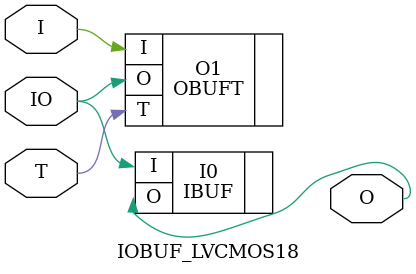
<source format=v>


`timescale  1 ps / 1 ps


module IOBUF_LVCMOS18 (O, IO, I, T);

    output O;

    inout  IO;

    input  I, T;

        OBUFT #(.IOSTANDARD("LVCMOS18") ) O1 (.O(IO), .I(I), .T(T)); 
	IBUF #(.IOSTANDARD("LVCMOS18"))  I0 (.O(O), .I(IO));
        

endmodule



</source>
